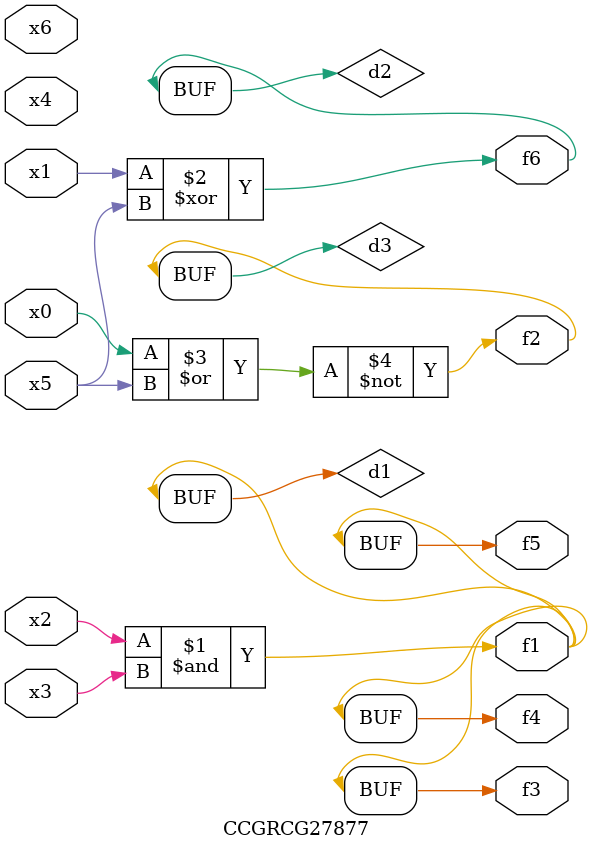
<source format=v>
module CCGRCG27877(
	input x0, x1, x2, x3, x4, x5, x6,
	output f1, f2, f3, f4, f5, f6
);

	wire d1, d2, d3;

	and (d1, x2, x3);
	xor (d2, x1, x5);
	nor (d3, x0, x5);
	assign f1 = d1;
	assign f2 = d3;
	assign f3 = d1;
	assign f4 = d1;
	assign f5 = d1;
	assign f6 = d2;
endmodule

</source>
